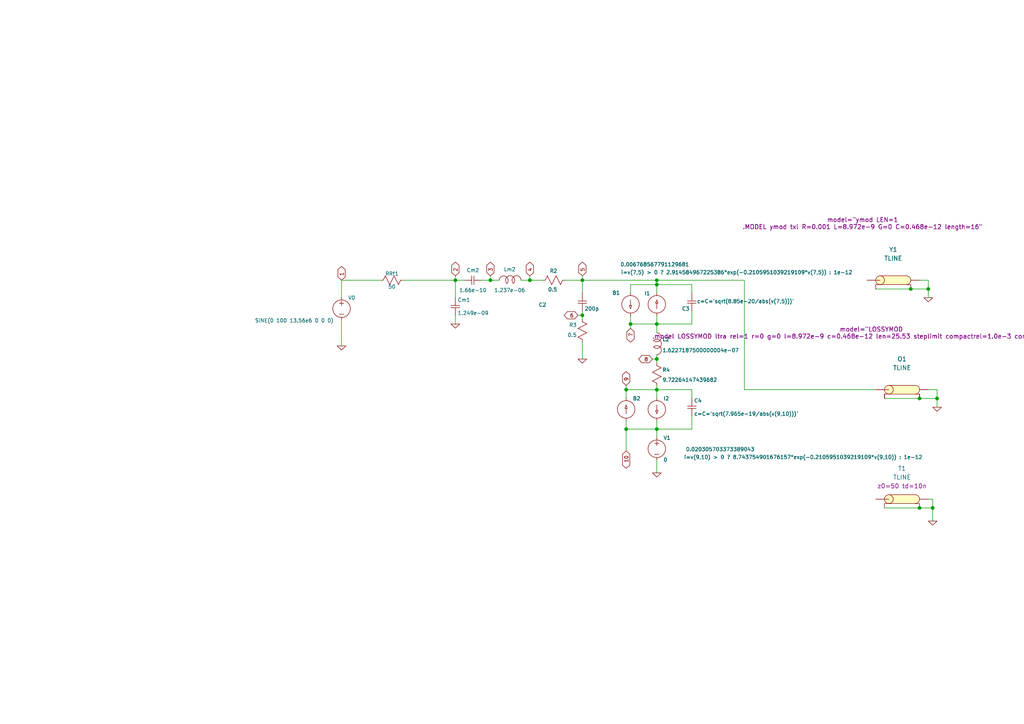
<source format=kicad_sch>
(kicad_sch (version 20250114) (generator "eeschema") (generator_version "9.0")
  (paper "A4")
  (lib_symbols
    (symbol "Simulation_SPICE:TLINE" (pin_numbers (hide yes)) (in_bom no) (on_board no)
      (property "Reference" "T" (at 0 7.62 0))
      (property "Value" "TLINE" (at 0 5.08 0))
      (property "Sim.Params" "z0=50 td=10n" (at 0 2.54 0))
      (symbol "TLINE_0_1"
        (polyline (pts (xy -5.08 -1.27) (xy 3.81 -1.27)))
        (rectangle (start -3.81 1.27) (end 3.81 -1.27) (stroke (width -0.0001)) (fill (type background)))
        (polyline (pts (xy -3.81 1.27) (xy 3.81 1.27)))
        (circle (center -3.81 0) (radius 1.27))
        (circle (center -3.81 0) (radius 1.27) (stroke (width -0.0001)) (fill (type background)))
        (polyline (pts (xy -3.81 0) (xy -5.08 0)))
        (circle (center 3.81 0) (radius 1.27) (stroke (width -0.0001)) (fill (type background)))
        (arc (start 3.8776 1.27) (mid 5.0818 0) (end 3.8776 -1.27))
        (polyline (pts (xy 5.08 -1.27) (xy 3.81 -1.27)))
      )
      (symbol "TLINE_1_1"
        (pin passive line (at -7.62 0 0) (length 2.54) (name "") (number "1"))
        (pin passive line (at -5.08 -2.54 90) (length 1.27) (name "") (number "2"))
        (pin passive line (at 5.08 -2.54 90) (length 1.27) (name "") (number "4"))
        (pin passive line (at 7.62 0 180) (length 2.54) (name "") (number "3"))
      )
    )
    (symbol "ltspice:GND" (power)
      (symbol "GND_0_0"
        (polyline (pts (xy 1.27 0) (xy -1.27 0) (xy 0 -1.1938) (xy 1.27 0) (xy -1.27 0) (xy 0 -1.1938)) (stroke (width 0.1524)))
        (pin power_in line (at 0 0 0) (length 0.0005) (name "") (number ""))
      )
    )
    (symbol "ltspice:bi" (pin_numbers (hide yes))
      (symbol "bi_0_0"
        (polyline (pts (xy -0.3302 -3.5052) (xy 0 -4.445)) (stroke (width 0.1524)))
        (polyline (pts (xy 0 -0.635) (xy 0 0)) (stroke (width 0.1524)))
        (circle (center 0 -3.175) (radius 2.54) (stroke (width 0.1524)))
        (polyline (pts (xy 0 -3.5052) (xy 0 -1.905)) (stroke (width 0.1524)))
        (polyline (pts (xy 0 -5.715) (xy 0 -6.35)) (stroke (width 0.1524)))
        (polyline (pts (xy 0.3302 -3.5052) (xy -0.3302 -3.5052)) (stroke (width 0.1524)))
        (polyline (pts (xy 0.3302 -3.5052) (xy 0 -4.445)) (stroke (width 0.1524)))
        (pin passive line (at 0 0 0) (length 0.0005) (name "+") (number "1"))
        (pin passive line (at 0 -6.35 0) (length 0.0005) (name "-") (number "2"))
      )
    )
    (symbol "ltspice:bi2" (pin_numbers (hide yes))
      (symbol "bi2_0_0"
        (polyline (pts (xy -0.3302 -2.8702) (xy 0 -1.905)) (stroke (width 0.1524)))
        (polyline (pts (xy 0 -0.635) (xy 0 0)) (stroke (width 0.1524)))
        (circle (center 0 -3.175) (radius 2.54) (stroke (width 0.1524)))
        (polyline (pts (xy 0 -4.445) (xy 0 -2.8702)) (stroke (width 0.1524)))
        (polyline (pts (xy 0 -5.715) (xy 0 -6.35)) (stroke (width 0.1524)))
        (polyline (pts (xy 0.3302 -2.8702) (xy -0.3302 -2.8702)) (stroke (width 0.1524)))
        (polyline (pts (xy 0.3302 -2.8702) (xy 0 -1.905)) (stroke (width 0.1524)))
        (pin passive line (at 0 0 0) (length 0.0005) (name "-") (number "2"))
        (pin passive line (at 0 -6.35 0) (length 0.0005) (name "+") (number "1"))
      )
    )
    (symbol "ltspice:cap" (pin_numbers (hide yes))
      (symbol "cap_0_0"
        (polyline (pts (xy 1.27 0) (xy 1.27 -2.2352)) (stroke (width 0.1524)))
        (polyline (pts (xy 1.27 -5.08) (xy 1.27 -2.8702)) (stroke (width 0.1524)))
        (polyline (pts (xy 2.54 -2.2352) (xy 0 -2.2352)) (stroke (width 0.1524)))
        (polyline (pts (xy 2.54 -2.8702) (xy 0 -2.8702)) (stroke (width 0.1524)))
        (pin passive line (at 1.27 0 0) (length 0.0005) (name "") (number "1"))
        (pin passive line (at 1.27 -5.08 0) (length 0.0005) (name "") (number "2"))
      )
    )
    (symbol "ltspice:current" (pin_numbers (hide yes))
      (symbol "current_0_0"
        (polyline (pts (xy -0.3302 -3.5052) (xy 0 -4.445)) (stroke (width 0.1524)))
        (polyline (pts (xy 0 -0.635) (xy 0 0)) (stroke (width 0.1524)))
        (circle (center 0 -3.175) (radius 2.54) (stroke (width 0.1524)))
        (polyline (pts (xy 0 -3.5052) (xy 0 -1.905)) (stroke (width 0.1524)))
        (polyline (pts (xy 0 -5.715) (xy 0 -6.35)) (stroke (width 0.1524)))
        (polyline (pts (xy 0.3302 -3.5052) (xy -0.3302 -3.5052)) (stroke (width 0.1524)))
        (polyline (pts (xy 0.3302 -3.5052) (xy 0 -4.445)) (stroke (width 0.1524)))
        (pin passive line (at 0 0 0) (length 0.0005) (name "+") (number "1"))
        (pin passive line (at 0 -6.35 0) (length 0.0005) (name "-") (number "2"))
      )
    )
    (symbol "ltspice:ind" (pin_numbers (hide yes))
      (symbol "ind_0_0"
        (arc (start 1.27 -1.27) (mid 2.4465 -3.0182) (end 0.3302 -3.5052) (stroke (width 0.1524)))
        (arc (start 0.3302 -3.5052) (mid 2.599 -4.4361) (end 0.3302 -5.4102) (stroke (width 0.1524)))
        (arc (start 0.3302 -5.4102) (mid 2.4979 -5.8414) (end 1.27 -7.62) (stroke (width 0.1524)))
        (pin passive line (at 1.27 -1.27 0) (length 0.0005) (name "") (number "1"))
        (pin passive line (at 1.27 -7.62 0) (length 0.0005) (name "") (number "2"))
      )
    )
    (symbol "ltspice:res" (pin_numbers (hide yes))
      (symbol "res_0_0"
        (polyline (pts (xy 0 -3.81) (xy 2.54 -2.54)) (stroke (width 0.1524)))
        (polyline (pts (xy 0 -6.35) (xy 2.54 -5.08)) (stroke (width 0.1524)))
        (polyline (pts (xy 1.27 -1.905) (xy 1.27 -1.27)) (stroke (width 0.1524)))
        (polyline (pts (xy 1.27 -6.985) (xy 0 -6.35)) (stroke (width 0.1524)))
        (polyline (pts (xy 1.27 -7.62) (xy 1.27 -6.985)) (stroke (width 0.1524)))
        (polyline (pts (xy 2.54 -2.54) (xy 1.27 -1.905)) (stroke (width 0.1524)))
        (polyline (pts (xy 2.54 -5.08) (xy 0 -3.81)) (stroke (width 0.1524)))
        (pin passive line (at 1.27 -1.27 0) (length 0.0005) (name "") (number "1"))
        (pin passive line (at 1.27 -7.62 0) (length 0.0005) (name "") (number "2"))
      )
    )
    (symbol "ltspice:voltage" (pin_numbers (hide yes))
      (symbol "voltage_0_0"
        (polyline (pts (xy 0 -1.905) (xy 0 -1.27)) (stroke (width 0.1524)))
        (polyline (pts (xy 0 -3.5052) (xy 0 -2.2352)) (stroke (width 0.1524)))
        (circle (center 0 -4.445) (radius 2.54) (stroke (width 0.1524)))
        (polyline (pts (xy 0 -6.985) (xy 0 -7.62)) (stroke (width 0.1524)))
        (polyline (pts (xy 0.635 -2.8702) (xy -0.635 -2.8702)) (stroke (width 0.1524)))
        (polyline (pts (xy 0.635 -6.0452) (xy -0.635 -6.0452)) (stroke (width 0.1524)))
        (pin passive line (at 0 -1.27 0) (length 0.0005) (name "+") (number "1"))
        (pin passive line (at 0 -7.62 0) (length 0.0005) (name "-") (number "2"))
      )
    )
  )
  (junction (at 266.7 147.32))
  (junction (at 190.5 81.28))
  (junction (at 271.78 115.57))
  (junction (at 132.08 81.28))
  (junction (at 153.67 81.28))
  (junction (at 190.5 93.98))
  (junction (at 190.5 104.14))
  (junction (at 181.61 113.03))
  (junction (at 266.7 115.57))
  (junction (at 190.5 124.46))
  (junction (at 190.5 82.55))
  (junction (at 264.16 83.82))
  (junction (at 269.24 83.82))
  (junction (at 270.51 147.32))
  (junction (at 168.91 91.44))
  (junction (at 168.91 81.28))
  (junction (at 142.24 81.28))
  (junction (at 182.88 93.98))
  (junction (at 181.61 124.46))
  (junction (at 190.5 113.03))
  (wire (pts (xy 168.91 90.17) (xy 168.91 91.44)) (stroke (width 0.1524)))
  (wire (pts (xy 266.7 115.57) (xy 271.78 115.57)))
  (wire (pts (xy 266.7 147.32) (xy 270.51 147.32)))
  (wire (pts (xy 270.51 151.13) (xy 270.51 147.32)))
  (wire (pts (xy 163.83 81.28) (xy 168.91 81.28)))
  (wire (pts (xy 181.61 124.46) (xy 181.61 130.81)))
  (wire (pts (xy 190.5 104.14) (xy 190.5 105.41)) (stroke (width 0.1524)))
  (wire (pts (xy 153.67 80.01) (xy 153.67 81.28)))
  (wire (pts (xy 190.5 82.55) (xy 182.88 82.55)) (stroke (width 0.1524)))
  (wire (pts (xy 200.66 93.98) (xy 190.5 93.98)) (stroke (width 0.1524)))
  (wire (pts (xy 200.66 115.57) (xy 200.66 113.03)) (stroke (width 0.1524)))
  (wire (pts (xy 182.88 85.09) (xy 182.88 82.55)) (stroke (width 0.1524)))
  (wire (pts (xy 266.7 81.28) (xy 269.24 81.28)))
  (wire (pts (xy 190.5 82.55) (xy 190.5 81.28)) (stroke (width 0.1524)))
  (wire (pts (xy 256.54 147.32) (xy 266.7 147.32)))
  (wire (pts (xy 181.61 111.76) (xy 181.61 113.03)))
  (wire (pts (xy 132.08 81.28) (xy 132.08 86.36)))
  (wire (pts (xy 181.61 113.03) (xy 190.5 113.03)) (stroke (width 0.1524)))
  (wire (pts (xy 200.66 82.55) (xy 190.5 82.55)) (stroke (width 0.1524)))
  (wire (pts (xy 189.23 104.14) (xy 190.5 104.14)) (stroke (width 0.1524)))
  (wire (pts (xy 215.9 81.28) (xy 190.5 81.28)))
  (wire (pts (xy 99.06 100.33) (xy 99.06 92.71)) (stroke (width 0.1524)))
  (wire (pts (xy 181.61 115.57) (xy 181.61 113.03)) (stroke (width 0.1524)))
  (wire (pts (xy 200.66 124.46) (xy 200.66 120.65)) (stroke (width 0.1524)))
  (wire (pts (xy 181.61 121.92) (xy 181.61 124.46)) (stroke (width 0.1524)))
  (wire (pts (xy 168.91 104.14) (xy 168.91 99.06)) (stroke (width 0.1524)))
  (wire (pts (xy 142.24 81.28) (xy 144.78 81.28)) (stroke (width 0.1524)))
  (wire (pts (xy 200.66 82.55) (xy 200.66 85.09)) (stroke (width 0.1524)))
  (wire (pts (xy 271.78 113.03) (xy 271.78 115.57)))
  (wire (pts (xy 190.5 111.76) (xy 190.5 113.03)))
  (wire (pts (xy 200.66 113.03) (xy 190.5 113.03)) (stroke (width 0.1524)))
  (wire (pts (xy 168.91 80.01) (xy 168.91 81.28)))
  (wire (pts (xy 151.13 81.28) (xy 153.67 81.28)))
  (wire (pts (xy 215.9 113.03) (xy 215.9 81.28)))
  (wire (pts (xy 190.5 127) (xy 190.5 124.46)) (stroke (width 0.1524)))
  (wire (pts (xy 254 113.03) (xy 215.9 113.03)))
  (wire (pts (xy 190.5 115.57) (xy 190.5 113.03)) (stroke (width 0.1524)))
  (wire (pts (xy 256.54 115.57) (xy 266.7 115.57)))
  (wire (pts (xy 271.78 115.57) (xy 271.78 118.11)))
  (wire (pts (xy 182.88 93.98) (xy 182.88 91.44)) (stroke (width 0.1524)))
  (wire (pts (xy 264.16 83.82) (xy 269.24 83.82)))
  (wire (pts (xy 269.24 144.78) (xy 270.51 144.78)))
  (wire (pts (xy 168.91 85.09) (xy 168.91 81.28)) (stroke (width 0.1524)))
  (wire (pts (xy 190.5 124.46) (xy 190.5 121.92)) (stroke (width 0.1524)))
  (wire (pts (xy 167.64 91.44) (xy 168.91 91.44)) (stroke (width 0.1524)))
  (wire (pts (xy 190.5 96.52) (xy 190.5 93.98)) (stroke (width 0.1524)))
  (wire (pts (xy 190.5 85.09) (xy 190.5 82.55)) (stroke (width 0.1524)))
  (wire (pts (xy 168.91 91.44) (xy 168.91 92.71)) (stroke (width 0.1524)))
  (wire (pts (xy 182.88 93.98) (xy 182.88 95.25)))
  (wire (pts (xy 132.08 81.28) (xy 116.84 81.28)) (stroke (width 0.1524)))
  (wire (pts (xy 134.62 81.28) (xy 132.08 81.28)) (stroke (width 0.1524)))
  (wire (pts (xy 142.24 80.01) (xy 142.24 81.28)) (stroke (width 0.1524)))
  (wire (pts (xy 132.08 80.01) (xy 132.08 81.28)))
  (wire (pts (xy 190.5 124.46) (xy 181.61 124.46)) (stroke (width 0.1524)))
  (wire (pts (xy 153.67 81.28) (xy 157.48 81.28)))
  (wire (pts (xy 190.5 93.98) (xy 190.5 91.44)) (stroke (width 0.1524)))
  (wire (pts (xy 269.24 113.03) (xy 271.78 113.03)))
  (wire (pts (xy 190.5 93.98) (xy 182.88 93.98)) (stroke (width 0.1524)))
  (wire (pts (xy 99.06 81.28) (xy 110.49 81.28)) (stroke (width 0.1524)))
  (wire (pts (xy 200.66 90.17) (xy 200.66 93.98)) (stroke (width 0.1524)))
  (wire (pts (xy 269.24 81.28) (xy 269.24 83.82)))
  (wire (pts (xy 190.5 81.28) (xy 168.91 81.28)) (stroke (width 0.1524)))
  (wire (pts (xy 99.06 86.36) (xy 99.06 81.28)) (stroke (width 0.1524)))
  (wire (pts (xy 139.7 81.28) (xy 142.24 81.28)) (stroke (width 0.1524)))
  (wire (pts (xy 132.08 93.98) (xy 132.08 91.44)) (stroke (width 0.1524)))
  (wire (pts (xy 190.5 102.87) (xy 190.5 104.14)) (stroke (width 0.1524)))
  (wire (pts (xy 270.51 147.32) (xy 270.51 144.78)))
  (wire (pts (xy 190.5 137.16) (xy 190.5 133.35)) (stroke (width 0.1524)))
  (wire (pts (xy 200.66 124.46) (xy 190.5 124.46)) (stroke (width 0.1524)))
  (wire (pts (xy 269.24 83.82) (xy 269.24 86.36)))
  (wire (pts (xy 254 83.82) (xy 264.16 83.82)))
  (global_label "10" (shape bidirectional) (at 181.61 130.81 270) (effects (font (size 1.0668 1.0668))) (property "Intersheetrefs" "${INTERSHEET_REFS}" (effects (hide yes))))
  (global_label "4" (shape bidirectional) (at 153.67 80.01 90) (effects (font (size 1.0668 1.0668))) (property "Intersheetrefs" "${INTERSHEET_REFS}" (effects (hide yes))))
  (global_label "2" (shape bidirectional) (at 132.08 80.01 90) (effects (font (size 1.0668 1.0668))) (property "Intersheetrefs" "${INTERSHEET_REFS}" (effects (hide yes))))
  (global_label "6" (shape bidirectional) (at 167.64 91.44 180) (effects (font (size 1.0668 1.0668))) (property "Intersheetrefs" "${INTERSHEET_REFS}" (effects (hide yes))))
  (global_label "3" (shape bidirectional) (at 142.24 80.01 90) (effects (font (size 1.0668 1.0668))) (property "Intersheetrefs" "${INTERSHEET_REFS}" (effects (hide yes))))
  (global_label "8" (shape bidirectional) (at 189.23 104.14 180) (effects (font (size 1.0668 1.0668))) (property "Intersheetrefs" "${INTERSHEET_REFS}" (effects (hide yes))))
  (global_label "7" (shape bidirectional) (at 182.88 95.25 270) (effects (font (size 1.0668 1.0668))) (property "Intersheetrefs" "${INTERSHEET_REFS}" (effects (hide yes))))
  (global_label "5" (shape bidirectional) (at 168.91 80.01 90) (effects (font (size 1.0668 1.0668))) (property "Intersheetrefs" "${INTERSHEET_REFS}" (effects (hide yes))))
  (global_label "9" (shape bidirectional) (at 181.61 111.76 90) (effects (font (size 1.0668 1.0668))) (property "Intersheetrefs" "${INTERSHEET_REFS}" (effects (hide yes))))
  (global_label "1" (shape bidirectional) (at 99.06 81.28 90) (effects (font (size 1.0668 1.0668))) (property "Intersheetrefs" "${INTERSHEET_REFS}" (effects (hide yes))))
  (symbol (lib_id "Simulation_SPICE:TLINE") (at 261.62 144.78 0) (unit 1) (exclude_from_sim yes) (in_bom no) (on_board no)
    (property "Reference" "T1" (at 261.6209 135.89 0))
    (property "Value" "TLINE" (at 261.6209 138.43 0))
    (property "Datasheet" "https://ngspice.sourceforge.io/docs/ngspice-html-manual/manual.xhtml#sec_Lossless_Transmission_Lines" (effects (hide yes)))
    (property "Description" "Lossless transmission line, for simulation only" (effects (hide yes)))
    (property "Sim.Device" "TLINE" (effects (hide yes)))
    (property "Sim.Pins" "1=1+ 2=1- 3=2+ 4=2-" (effects (hide yes)))
    (property "Sim.Params" "z0=50 td=10n" (at 261.6209 140.97 0))
  )
  (symbol (lib_id "ltspice:GND") (at 190.5 137.16 0) (unit 1)
    (property "Reference" "#GND003" (effects (hide yes)))
    (property "Value" "0" (effects (hide yes)))
  )
  (symbol (lib_id "ltspice:ind") (at 189.23 95.25 0) (unit 1)
    (property "Reference" "L2" (at 192.1002 98.425 0) (effects (font (size 1.0668 1.0668)) (justify left)))
    (property "Value" "1.6227187500000004e-07" (at 192.1002 101.6 0) (effects (font (size 1.0668 1.0668)) (justify left)))
    (property "Sim.Device" "L" (effects (hide yes)))
    (property "Sim.Params" "L=${VALUE}" (effects (hide yes)))
  )
  (symbol (lib_id "ltspice:cap") (at 139.7 80.01 270) (unit 1)
    (property "Reference" "Cm2" (at 137.16 78.994 90) (effects (font (size 1.0668 1.0668)) (justify bottom)))
    (property "Value" "1.66e-10" (at 137.16 83.566 90) (effects (font (size 1.0668 1.0668)) (justify top)))
    (property "Sim.Device" "C" (effects (hide yes)))
    (property "Sim.Pins" "1=- 2=+" (effects (hide yes)))
  )
  (symbol (lib_id "ltspice:GND") (at 271.78 118.11 0) (unit 1)
    (property "Reference" "#GND05" (effects (hide yes)))
    (property "Value" "0" (effects (hide yes)))
  )
  (symbol (lib_id "Simulation_SPICE:TLINE") (at 261.62 113.03 0) (unit 1) (in_bom no) (on_board no)
    (property "Reference" "O1" (at 261.6209 104.14 0))
    (property "Value" "TLINE" (at 261.6209 106.68 0))
    (property "Datasheet" "https://ngspice.sourceforge.io/docs/ngspice-html-manual/manual.xhtml#sec_Lossless_Transmission_Lines" (effects (hide yes)))
    (property "Description" "Lossless transmission line, for simulation only" (effects (hide yes)))
    (property "Sim.Device" "SPICE" (effects (hide yes)))
    (property "Sim.Params" "model=\"LOSSYMOD\n.model LOSSYMOD ltra rel=1 r=0 g=0 l=8.972e-9 c=0.468e-12 len=25.53 steplimit compactrel=1.0e-3 compactabs=1.0e-14\"" (at 252.73 96.52 0))
  )
  (symbol (lib_id "ltspice:ind") (at 143.51 82.55 90) (unit 1)
    (property "Reference" "Lm2" (at 147.828 78.74 90) (effects (font (size 1.0668 1.0668)) (justify top)))
    (property "Value" "1.237e-06" (at 147.828 83.566 90) (effects (font (size 1.0668 1.0668)) (justify bottom)))
    (property "Sim.Device" "L" (effects (hide yes)))
    (property "Sim.Params" "L=${VALUE}" (effects (hide yes)))
  )
  (symbol (lib_id "ltspice:res") (at 156.21 82.55 90) (unit 1)
    (property "Reference" "R2" (at 160.528 77.978 90) (effects (font (size 1.0668 1.0668)) (justify bottom)))
    (property "Value" "0.5" (at 160.274 84.582 90) (effects (font (size 1.0668 1.0668)) (justify top)))
    (property "Sim.Device" "R" (effects (hide yes)))
    (property "Sim.Params" "R=${VALUE}" (effects (hide yes)))
  )
  (symbol (lib_id "ltspice:GND") (at 270.51 151.13 0) (unit 1)
    (property "Reference" "#GND06" (effects (hide yes)))
    (property "Value" "0" (effects (hide yes)))
  )
  (symbol (lib_id "ltspice:current") (at 190.5 115.57 0) (unit 1)
    (property "Reference" "I2" (at 192.405 115.57 0) (effects (font (size 1.0668 1.0668)) (justify left)))
    (property "Value" "0.020305703373389043" (at 198.882 130.302 0) (effects (font (size 1.0668 1.0668)) (justify left)))
    (property "Sim.Device" "SPICE" (effects (hide yes)))
    (property "Sim.Params" "model=\"0.020305703373389043\"" (effects (hide yes)))
  )
  (symbol (lib_id "ltspice:res") (at 189.23 104.14 0) (unit 1)
    (property "Reference" "R4" (at 192.1002 107.315 0) (effects (font (size 1.0668 1.0668)) (justify left)))
    (property "Value" "9.72264147439682" (at 192.1002 110.1852 0) (effects (font (size 1.0668 1.0668)) (justify left)))
    (property "Sim.Device" "R" (effects (hide yes)))
    (property "Sim.Params" "R=${VALUE}" (effects (hide yes)))
  )
  (symbol (lib_id "ltspice:GND") (at 269.24 86.36 0) (unit 1)
    (property "Reference" "#GND04" (effects (hide yes)))
    (property "Value" "0" (effects (hide yes)))
  )
  (symbol (lib_id "ltspice:cap") (at 199.39 115.57 0) (unit 1)
    (property "Reference" "C4" (at 201.295 116.205 0) (effects (font (size 1.0668 1.0668)) (justify left)))
    (property "Value" "${SIM.PARAMS}" (at 201.295 120.015 0) (effects (font (size 1.0668 1.0668)) (justify left)))
    (property "Sim.Device" "C" (effects (hide yes)))
    (property "Sim.Params" "c=C='sqrt(7.965e-19/abs(v(9,10)))'" (effects (hide yes)))
    (property "Sim.Pins" "1=+ 2=-" (effects (hide yes)))
    (property "Sim.Type" "=" (effects (hide yes)))
  )
  (symbol (lib_id "ltspice:cap") (at 201.93 90.17 180) (unit 1)
    (property "Reference" "C3" (at 200.025 89.535 0) (effects (font (size 1.0668 1.0668)) (justify left)))
    (property "Value" "${SIM.PARAMS}" (at 230.378 87.376 0) (effects (font (size 1.0668 1.0668)) (justify left)))
    (property "Sim.Device" "C" (effects (hide yes)))
    (property "Sim.Params" "c=C='sqrt(8.85e-20/abs(v(7,5)))'" (effects (hide yes)))
    (property "Sim.Pins" "1=+ 2=-" (effects (hide yes)))
    (property "Sim.Type" "=" (effects (hide yes)))
  )
  (symbol (lib_id "ltspice:GND") (at 99.06 100.33 0) (unit 1)
    (property "Reference" "#GND000" (effects (hide yes)))
    (property "Value" "0" (effects (hide yes)))
  )
  (symbol (lib_id "ltspice:current") (at 190.5 91.44 180) (unit 1)
    (property "Reference" "I1" (at 188.595 85.09 0) (effects (font (size 1.0668 1.0668)) (justify left)))
    (property "Value" "0.006768567791129681" (at 199.898 76.708 0) (effects (font (size 1.0668 1.0668)) (justify left)))
    (property "Sim.Device" "SPICE" (effects (hide yes)))
    (property "Sim.Params" "model=\"0.006768567791129681\"" (effects (hide yes)))
  )
  (symbol (lib_id "ltspice:res") (at 170.18 100.33 180) (unit 1)
    (property "Reference" "R3" (at 167.3098 94.2848 0) (effects (font (size 1.0668 1.0668)) (justify left)))
    (property "Value" "0.5" (at 167.3098 97.155 0) (effects (font (size 1.0668 1.0668)) (justify left)))
    (property "Sim.Device" "R" (effects (hide yes)))
    (property "Sim.Params" "R=${VALUE}" (effects (hide yes)))
  )
  (symbol (lib_id "ltspice:res") (at 118.11 80.01 270) (unit 1)
    (property "Reference" "RRf1" (at 113.665 80.01 90) (effects (font (size 1.0668 1.0668)) (justify bottom)))
    (property "Value" "50" (at 113.665 82.55 90) (effects (font (size 1.0668 1.0668)) (justify top)))
    (property "Sim.Device" "R" (effects (hide yes)))
    (property "Sim.Params" "R=${VALUE}" (effects (hide yes)))
  )
  (symbol (lib_id "ltspice:GND") (at 168.91 104.14 0) (unit 1)
    (property "Reference" "#GND002" (effects (hide yes)))
    (property "Value" "0" (effects (hide yes)))
  )
  (symbol (lib_id "ltspice:GND") (at 132.08 93.98 0) (unit 1)
    (property "Reference" "#GND001" (effects (hide yes)))
    (property "Value" "0" (effects (hide yes)))
  )
  (symbol (lib_id "ltspice:voltage") (at 190.5 125.73 0) (unit 1)
    (property "Reference" "V1" (at 192.405 127 0) (effects (font (size 1.0668 1.0668)) (justify left)))
    (property "Value" "0" (at 192.405 133.35 0) (effects (font (size 1.0668 1.0668)) (justify left)))
    (property "Sim.Device" "SPICE" (effects (hide yes)))
    (property "Sim.Params" "type=\"V\" model=\"${VALUE}\" " (effects (hide yes)))
  )
  (symbol (lib_id "ltspice:voltage") (at 99.06 85.09 0) (unit 1)
    (property "Reference" "V0" (at 100.965 86.36 0) (effects (font (size 1.0668 1.0668)) (justify left)))
    (property "Value" "SINE(0 100 13.56e6 0 0 0)" (at 73.914 92.964 0) (effects (font (size 1.0668 1.0668)) (justify left)))
    (property "Sim.Device" "SPICE" (effects (hide yes)))
    (property "Sim.Params" "type=V model=\"SINE(0 100 13.56e6 0 0)\"" (effects (hide yes)))
  )
  (symbol (lib_id "Simulation_SPICE:TLINE") (at 259.08 81.28 0) (unit 1) (exclude_from_sim yes) (in_bom no) (on_board no)
    (property "Reference" "Y1" (at 259.0809 72.39 0))
    (property "Value" "TLINE" (at 259.0809 74.93 0))
    (property "Datasheet" "https://ngspice.sourceforge.io/docs/ngspice-html-manual/manual.xhtml#sec_Lossless_Transmission_Lines" (effects (hide yes)))
    (property "Description" "Lossless transmission line, for simulation only" (effects (hide yes)))
    (property "Sim.Device" "SPICE" (effects (hide yes)))
    (property "Sim.Params" "model=\"ymod LEN=1\n.MODEL ymod txl R=0.001 L=8.972e-9 G=0 C=0.468e-12 length=16\"" (at 250.19 64.77 0))
  )
  (symbol (lib_id "ltspice:bi") (at 182.88 85.09 0) (unit 1)
    (property "Reference" "B1" (at 177.5714 84.9376 0) (effects (font (size 1.0668 1.0668)) (justify left)))
    (property "Value" "${Sim.Params}" (at 180.086 78.994 0) (effects (font (size 1.0668 1.0668)) (justify left)))
    (property "Sim.Device" "I" (effects (hide yes)))
    (property "Sim.Type" "=" (effects (hide yes)))
    (property "Sim.Params" "i=v(7,5) > 0 ? 2.914584967225386*exp(-0.2105951039219109*v(7,5)) : 1e-12" (effects (hide yes)))
  )
  (symbol (lib_id "ltspice:cap") (at 167.64 85.09 0) (unit 1)
    (property "Reference" "C2" (at 156.21 88.392 0) (effects (font (size 1.0668 1.0668)) (justify left)))
    (property "Value" "200p" (at 169.545 89.535 0) (effects (font (size 1.0668 1.0668)) (justify left)))
    (property "Sim.Device" "C" (effects (hide yes)))
    (property "Sim.Params" "C=${VALUE}" (effects (hide yes)))
  )
  (symbol (lib_id "ltspice:bi2") (at 181.61 115.57 0) (unit 1)
    (property "Reference" "B2" (at 183.515 115.57 0) (effects (font (size 1.0668 1.0668)) (justify left)))
    (property "Value" "${Sim.Params}" (at 198.374 132.588 0) (effects (font (size 1.0668 1.0668)) (justify left)))
    (property "Sim.Device" "I" (effects (hide yes)))
    (property "Sim.Type" "=" (effects (hide yes)))
    (property "Sim.Params" "i=v(9,10) > 0 ? 8.743754901676157*exp(-0.2105951039219109*v(9,10)) : 1e-12" (effects (hide yes)))
  )
  (symbol (lib_id "ltspice:cap") (at 130.81 86.36 0) (unit 1)
    (property "Reference" "Cm1" (at 132.715 86.995 0) (effects (font (size 1.0668 1.0668)) (justify left)))
    (property "Value" "1.249e-09" (at 132.715 90.805 0) (effects (font (size 1.0668 1.0668)) (justify left)))
    (property "Sim.Device" "C" (effects (hide yes)))
    (property "Sim.Pins" "1=+ 2=-" (effects (hide yes)))
  )
)
</source>
